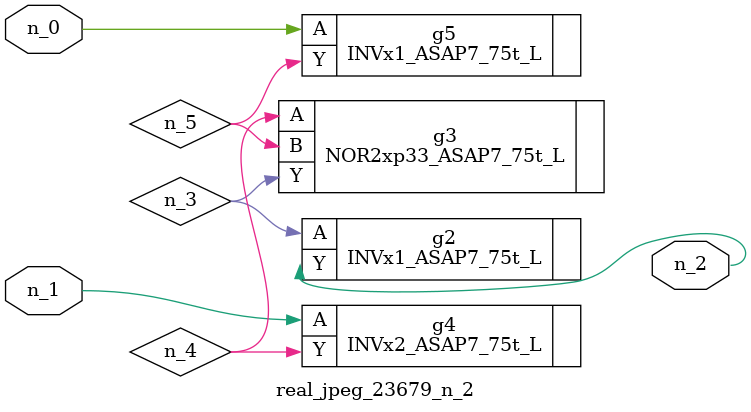
<source format=v>
module real_jpeg_23679_n_2 (n_1, n_0, n_2);

input n_1;
input n_0;

output n_2;

wire n_5;
wire n_4;
wire n_3;

INVx1_ASAP7_75t_L g5 ( 
.A(n_0),
.Y(n_5)
);

INVx2_ASAP7_75t_L g4 ( 
.A(n_1),
.Y(n_4)
);

INVx1_ASAP7_75t_L g2 ( 
.A(n_3),
.Y(n_2)
);

NOR2xp33_ASAP7_75t_L g3 ( 
.A(n_4),
.B(n_5),
.Y(n_3)
);


endmodule
</source>
